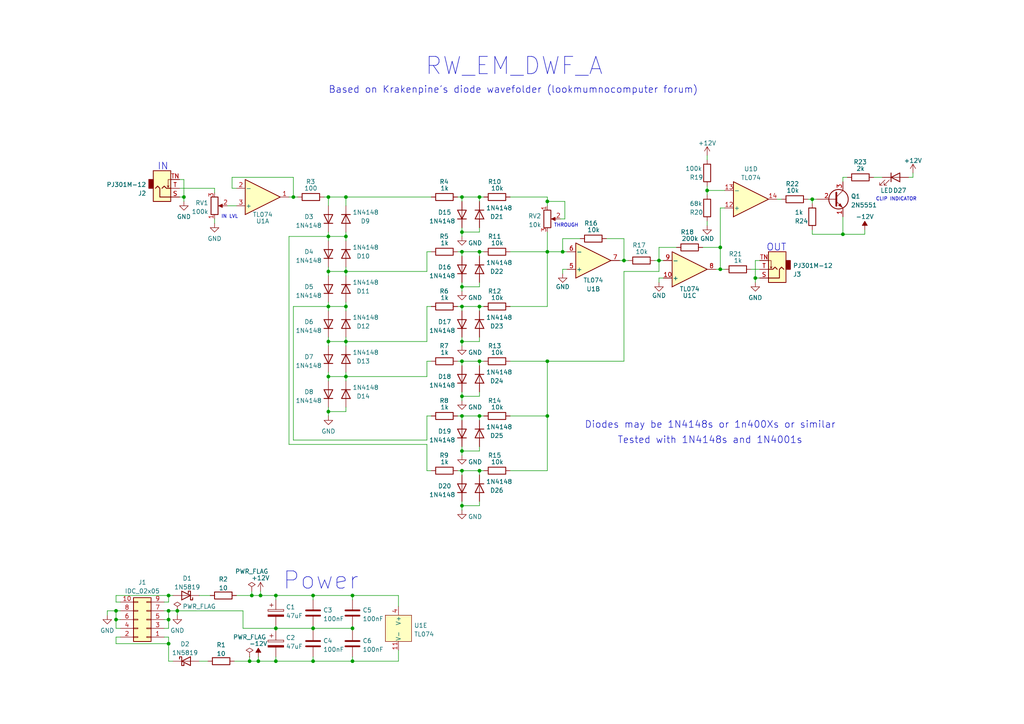
<source format=kicad_sch>
(kicad_sch (version 20211123) (generator eeschema)
  (paper "A4")
  (title_block (title "RW_EM_DWF_A") (date "2022-10-26") (rev "2022-10-26") (comment 1 "Licensed under CERN-OHL-S v2+") (comment 2 "https://github.com/sunfl0w/RW_EM"))
  (junction (at 100.33 109.22))
  (junction (at 158.75 120.65))
  (junction (at 133.985 120.65))
  (junction (at 48.895 179.705))
  (junction (at 139.065 104.775))
  (junction (at 235.585 57.785))
  (junction (at 100.33 88.9))
  (junction (at 102.235 172.72))
  (junction (at 133.985 73.025))
  (junction (at 133.985 146.685))
  (junction (at 102.235 182.245))
  (junction (at 133.985 88.9))
  (junction (at 100.33 78.74))
  (junction (at 95.25 57.15))
  (junction (at 158.75 58.42))
  (junction (at 163.195 73.025))
  (junction (at 80.01 172.72))
  (junction (at 48.895 186.69))
  (junction (at 90.805 191.77))
  (junction (at 133.985 57.15))
  (junction (at 73.025 172.72))
  (junction (at 90.805 172.72))
  (junction (at 139.065 88.9))
  (junction (at 95.25 99.06))
  (junction (at 74.93 191.77))
  (junction (at 133.985 83.185))
  (junction (at 139.065 57.15))
  (junction (at 100.33 57.15))
  (junction (at 133.985 67.31))
  (junction (at 100.33 68.58))
  (junction (at 33.655 179.705))
  (junction (at 219.075 80.645))
  (junction (at 80.01 191.77))
  (junction (at 53.34 57.15))
  (junction (at 139.065 136.525))
  (junction (at 133.985 130.81))
  (junction (at 180.975 75.565))
  (junction (at 158.75 104.775))
  (junction (at 102.235 191.77))
  (junction (at 100.33 99.06))
  (junction (at 95.25 119.38))
  (junction (at 33.655 177.165))
  (junction (at 95.25 68.58))
  (junction (at 205.105 55.245))
  (junction (at 133.985 104.775))
  (junction (at 158.75 73.025))
  (junction (at 208.915 71.755))
  (junction (at 48.895 172.72))
  (junction (at 75.565 172.72))
  (junction (at 51.435 177.165))
  (junction (at 208.915 78.105))
  (junction (at 244.475 67.945))
  (junction (at 133.985 99.06))
  (junction (at 85.09 57.15))
  (junction (at 95.25 78.74))
  (junction (at 139.065 120.65))
  (junction (at 95.25 88.9))
  (junction (at 80.01 182.245))
  (junction (at 95.25 109.22))
  (junction (at 133.985 114.935))
  (junction (at 191.135 75.565))
  (junction (at 139.065 73.025))
  (junction (at 48.895 177.165))
  (junction (at 72.39 191.77))
  (junction (at 90.805 182.245))
  (junction (at 133.985 136.525))
  (wire (pts (xy 90.805 191.77) (xy 90.805 190.5)))
  (wire (pts (xy 220.345 75.565) (xy 219.075 75.565)))
  (wire (pts (xy 95.25 67.31) (xy 95.25 68.58)))
  (wire (pts (xy 34.925 177.165) (xy 33.655 177.165)))
  (wire (pts (xy 139.065 120.65) (xy 140.335 120.65)))
  (wire (pts (xy 57.785 172.72) (xy 60.96 172.72)))
  (wire (pts (xy 100.33 109.22) (xy 123.825 109.22)))
  (wire (pts (xy 100.33 68.58) (xy 100.33 69.85)))
  (wire (pts (xy 180.975 104.775) (xy 158.75 104.775)))
  (wire (pts (xy 70.485 177.165) (xy 70.485 182.245)))
  (wire (pts (xy 48.895 186.69) (xy 48.895 184.785)))
  (wire (pts (xy 264.795 50.165) (xy 264.795 51.435)))
  (wire (pts (xy 95.25 87.63) (xy 95.25 88.9)))
  (wire (pts (xy 133.985 88.9) (xy 139.065 88.9)))
  (wire (pts (xy 80.01 182.245) (xy 80.01 182.88)))
  (wire (pts (xy 102.235 172.72) (xy 115.57 172.72)))
  (wire (pts (xy 48.895 174.625) (xy 47.625 174.625)))
  (wire (pts (xy 123.825 104.775) (xy 125.095 104.775)))
  (wire (pts (xy 85.09 127.635) (xy 123.825 127.635)))
  (wire (pts (xy 75.565 172.72) (xy 80.01 172.72)))
  (wire (pts (xy 133.985 136.525) (xy 139.065 136.525)))
  (wire (pts (xy 162.56 63.5) (xy 163.83 63.5)))
  (wire (pts (xy 48.895 177.165) (xy 51.435 177.165)))
  (wire (pts (xy 95.25 107.95) (xy 95.25 109.22)))
  (wire (pts (xy 100.33 87.63) (xy 100.33 88.9)))
  (wire (pts (xy 219.075 75.565) (xy 219.075 80.645)))
  (wire (pts (xy 191.135 80.645) (xy 192.405 80.645)))
  (wire (pts (xy 67.945 191.77) (xy 72.39 191.77)))
  (wire (pts (xy 33.655 184.785) (xy 33.655 186.69)))
  (wire (pts (xy 217.805 78.105) (xy 220.345 78.105)))
  (wire (pts (xy 95.25 77.47) (xy 95.25 78.74)))
  (wire (pts (xy 80.01 181.61) (xy 80.01 182.245)))
  (wire (pts (xy 53.34 57.15) (xy 52.07 57.15)))
  (wire (pts (xy 51.435 177.165) (xy 51.435 178.435)))
  (wire (pts (xy 133.985 83.185) (xy 133.985 84.455)))
  (wire (pts (xy 34.925 174.625) (xy 33.655 174.625)))
  (wire (pts (xy 235.585 66.675) (xy 235.585 67.945)))
  (wire (pts (xy 100.33 107.95) (xy 100.33 109.22)))
  (wire (pts (xy 100.33 78.74) (xy 123.825 78.74)))
  (wire (pts (xy 48.895 179.705) (xy 48.895 182.245)))
  (wire (pts (xy 75.565 172.72) (xy 75.565 171.45)))
  (wire (pts (xy 158.75 104.775) (xy 147.955 104.775)))
  (wire (pts (xy 163.83 58.42) (xy 158.75 58.42)))
  (wire (pts (xy 93.98 57.15) (xy 95.25 57.15)))
  (wire (pts (xy 132.715 73.025) (xy 133.985 73.025)))
  (wire (pts (xy 95.25 68.58) (xy 100.33 68.58)))
  (wire (pts (xy 123.825 88.9) (xy 125.095 88.9)))
  (wire (pts (xy 139.065 83.185) (xy 139.065 81.915)))
  (wire (pts (xy 133.985 97.79) (xy 133.985 99.06)))
  (wire (pts (xy 208.915 71.755) (xy 208.915 78.105)))
  (wire (pts (xy 208.915 71.755) (xy 208.915 60.325)))
  (wire (pts (xy 80.01 191.77) (xy 90.805 191.77)))
  (wire (pts (xy 95.25 109.22) (xy 100.33 109.22)))
  (wire (pts (xy 133.985 136.525) (xy 133.985 137.795)))
  (wire (pts (xy 67.31 54.61) (xy 67.31 51.435)))
  (wire (pts (xy 123.825 109.22) (xy 123.825 104.775)))
  (wire (pts (xy 219.075 80.645) (xy 220.345 80.645)))
  (wire (pts (xy 68.58 172.72) (xy 73.025 172.72)))
  (wire (pts (xy 163.195 78.105) (xy 164.465 78.105)))
  (wire (pts (xy 234.315 57.785) (xy 235.585 57.785)))
  (wire (pts (xy 66.04 59.69) (xy 68.58 59.69)))
  (wire (pts (xy 133.985 146.685) (xy 139.065 146.685)))
  (wire (pts (xy 147.955 88.9) (xy 158.75 88.9)))
  (wire (pts (xy 47.625 177.165) (xy 48.895 177.165)))
  (wire (pts (xy 179.705 75.565) (xy 180.975 75.565)))
  (wire (pts (xy 73.025 172.72) (xy 75.565 172.72)))
  (wire (pts (xy 67.31 51.435) (xy 85.09 51.435)))
  (wire (pts (xy 147.955 57.15) (xy 158.75 57.15)))
  (wire (pts (xy 139.065 67.31) (xy 139.065 66.04)))
  (wire (pts (xy 133.985 57.15) (xy 133.985 58.42)))
  (wire (pts (xy 51.435 177.165) (xy 70.485 177.165)))
  (wire (pts (xy 100.33 77.47) (xy 100.33 78.74)))
  (wire (pts (xy 100.33 67.31) (xy 100.33 68.58)))
  (wire (pts (xy 245.745 51.435) (xy 244.475 51.435)))
  (wire (pts (xy 132.715 88.9) (xy 133.985 88.9)))
  (wire (pts (xy 100.33 109.22) (xy 100.33 110.49)))
  (wire (pts (xy 33.655 172.72) (xy 48.895 172.72)))
  (wire (pts (xy 33.655 184.785) (xy 34.925 184.785)))
  (wire (pts (xy 100.33 78.74) (xy 100.33 80.01)))
  (wire (pts (xy 33.655 186.69) (xy 48.895 186.69)))
  (wire (pts (xy 191.135 75.565) (xy 192.405 75.565)))
  (wire (pts (xy 264.795 51.435) (xy 263.525 51.435)))
  (wire (pts (xy 133.985 146.685) (xy 133.985 147.955)))
  (wire (pts (xy 133.985 114.935) (xy 133.985 116.205)))
  (wire (pts (xy 100.33 119.38) (xy 100.33 118.11)))
  (wire (pts (xy 102.235 182.245) (xy 102.235 181.61)))
  (wire (pts (xy 250.825 66.675) (xy 250.825 67.945)))
  (wire (pts (xy 33.655 177.165) (xy 33.655 179.705)))
  (wire (pts (xy 205.105 55.245) (xy 205.105 56.515)))
  (wire (pts (xy 147.955 120.65) (xy 158.75 120.65)))
  (wire (pts (xy 139.065 114.935) (xy 139.065 113.665)))
  (wire (pts (xy 244.475 62.865) (xy 244.475 67.945)))
  (wire (pts (xy 100.33 88.9) (xy 100.33 90.17)))
  (wire (pts (xy 235.585 57.785) (xy 236.855 57.785)))
  (wire (pts (xy 139.065 73.025) (xy 140.335 73.025)))
  (wire (pts (xy 133.985 129.54) (xy 133.985 130.81)))
  (wire (pts (xy 100.33 97.79) (xy 100.33 99.06)))
  (wire (pts (xy 100.33 57.15) (xy 100.33 59.69)))
  (wire (pts (xy 85.09 51.435) (xy 85.09 57.15)))
  (wire (pts (xy 158.75 58.42) (xy 158.75 59.69)))
  (wire (pts (xy 33.655 177.165) (xy 31.115 177.165)))
  (wire (pts (xy 68.58 54.61) (xy 67.31 54.61)))
  (wire (pts (xy 95.25 88.9) (xy 95.25 90.17)))
  (wire (pts (xy 85.09 57.15) (xy 86.36 57.15)))
  (wire (pts (xy 132.715 120.65) (xy 133.985 120.65)))
  (wire (pts (xy 102.235 182.245) (xy 102.235 182.88)))
  (wire (pts (xy 95.25 68.58) (xy 95.25 69.85)))
  (wire (pts (xy 180.975 69.215) (xy 175.895 69.215)))
  (wire (pts (xy 133.985 130.81) (xy 139.065 130.81)))
  (wire (pts (xy 244.475 51.435) (xy 244.475 52.705)))
  (wire (pts (xy 95.25 109.22) (xy 95.25 110.49)))
  (wire (pts (xy 139.065 136.525) (xy 140.335 136.525)))
  (wire (pts (xy 95.25 97.79) (xy 95.25 99.06)))
  (wire (pts (xy 90.805 181.61) (xy 90.805 182.245)))
  (wire (pts (xy 139.065 88.9) (xy 139.065 90.17)))
  (wire (pts (xy 102.235 172.72) (xy 102.235 173.99)))
  (wire (pts (xy 191.135 75.565) (xy 191.135 78.74)))
  (wire (pts (xy 147.955 136.525) (xy 158.75 136.525)))
  (wire (pts (xy 133.985 99.06) (xy 133.985 100.33)))
  (wire (pts (xy 80.01 190.5) (xy 80.01 191.77)))
  (wire (pts (xy 85.09 88.9) (xy 85.09 127.635)))
  (wire (pts (xy 133.985 113.665) (xy 133.985 114.935)))
  (wire (pts (xy 95.25 99.06) (xy 100.33 99.06)))
  (wire (pts (xy 253.365 51.435) (xy 255.905 51.435)))
  (wire (pts (xy 48.895 191.77) (xy 50.165 191.77)))
  (wire (pts (xy 191.135 75.565) (xy 191.135 71.755)))
  (wire (pts (xy 123.825 78.74) (xy 123.825 73.025)))
  (wire (pts (xy 90.805 191.77) (xy 102.235 191.77)))
  (wire (pts (xy 133.985 73.025) (xy 139.065 73.025)))
  (wire (pts (xy 191.135 80.645) (xy 191.135 81.915)))
  (wire (pts (xy 95.25 78.74) (xy 95.25 80.01)))
  (wire (pts (xy 139.065 136.525) (xy 139.065 137.795)))
  (wire (pts (xy 139.065 130.81) (xy 139.065 129.54)))
  (wire (pts (xy 133.985 67.31) (xy 133.985 68.58)))
  (wire (pts (xy 85.09 88.9) (xy 95.25 88.9)))
  (wire (pts (xy 158.75 120.65) (xy 158.75 104.775)))
  (wire (pts (xy 74.93 191.77) (xy 80.01 191.77)))
  (wire (pts (xy 139.065 120.65) (xy 139.065 121.92)))
  (wire (pts (xy 80.01 182.245) (xy 90.805 182.245)))
  (wire (pts (xy 180.975 78.74) (xy 180.975 104.775)))
  (wire (pts (xy 95.25 57.15) (xy 100.33 57.15)))
  (wire (pts (xy 53.34 52.07) (xy 53.34 57.15)))
  (wire (pts (xy 163.83 63.5) (xy 163.83 58.42)))
  (wire (pts (xy 163.195 73.025) (xy 164.465 73.025)))
  (wire (pts (xy 123.825 120.65) (xy 125.095 120.65)))
  (wire (pts (xy 132.715 104.775) (xy 133.985 104.775)))
  (wire (pts (xy 158.75 73.025) (xy 163.195 73.025)))
  (wire (pts (xy 203.835 71.755) (xy 208.915 71.755)))
  (wire (pts (xy 115.57 175.895) (xy 115.57 172.72)))
  (wire (pts (xy 133.985 104.775) (xy 139.065 104.775)))
  (wire (pts (xy 133.985 114.935) (xy 139.065 114.935)))
  (wire (pts (xy 163.195 78.105) (xy 163.195 79.375)))
  (wire (pts (xy 133.985 88.9) (xy 133.985 90.17)))
  (wire (pts (xy 90.805 172.72) (xy 102.235 172.72)))
  (wire (pts (xy 133.985 130.81) (xy 133.985 132.08)))
  (wire (pts (xy 115.57 191.77) (xy 115.57 188.595)))
  (wire (pts (xy 133.985 73.025) (xy 133.985 74.295)))
  (wire (pts (xy 205.105 53.975) (xy 205.105 55.245)))
  (wire (pts (xy 95.25 119.38) (xy 95.25 120.65)))
  (wire (pts (xy 33.655 179.705) (xy 34.925 179.705)))
  (wire (pts (xy 80.01 172.72) (xy 90.805 172.72)))
  (wire (pts (xy 133.985 145.415) (xy 133.985 146.685)))
  (wire (pts (xy 235.585 57.785) (xy 235.585 59.055)))
  (wire (pts (xy 53.34 57.15) (xy 53.34 58.42)))
  (wire (pts (xy 139.065 73.025) (xy 139.065 74.295)))
  (wire (pts (xy 158.75 136.525) (xy 158.75 120.65)))
  (wire (pts (xy 47.625 179.705) (xy 48.895 179.705)))
  (wire (pts (xy 123.825 73.025) (xy 125.095 73.025)))
  (wire (pts (xy 95.25 119.38) (xy 100.33 119.38)))
  (wire (pts (xy 244.475 67.945) (xy 250.825 67.945)))
  (wire (pts (xy 208.915 78.105) (xy 210.185 78.105)))
  (wire (pts (xy 31.115 177.165) (xy 31.115 178.435)))
  (wire (pts (xy 48.895 184.785) (xy 47.625 184.785)))
  (wire (pts (xy 163.195 69.215) (xy 163.195 73.025)))
  (wire (pts (xy 62.23 63.5) (xy 62.23 64.77)))
  (wire (pts (xy 85.09 57.15) (xy 83.82 57.15)))
  (wire (pts (xy 123.825 99.06) (xy 123.825 88.9)))
  (wire (pts (xy 102.235 190.5) (xy 102.235 191.77)))
  (wire (pts (xy 132.715 136.525) (xy 133.985 136.525)))
  (wire (pts (xy 139.065 104.775) (xy 140.335 104.775)))
  (wire (pts (xy 72.39 191.77) (xy 72.39 190.5)))
  (wire (pts (xy 139.065 57.15) (xy 139.065 58.42)))
  (wire (pts (xy 48.895 172.72) (xy 50.165 172.72)))
  (wire (pts (xy 147.955 73.025) (xy 158.75 73.025)))
  (wire (pts (xy 72.39 191.77) (xy 74.93 191.77)))
  (wire (pts (xy 90.805 173.99) (xy 90.805 172.72)))
  (wire (pts (xy 48.895 186.69) (xy 48.895 191.77)))
  (wire (pts (xy 100.33 99.06) (xy 100.33 100.33)))
  (wire (pts (xy 133.985 83.185) (xy 139.065 83.185)))
  (wire (pts (xy 139.065 99.06) (xy 139.065 97.79)))
  (wire (pts (xy 95.25 78.74) (xy 100.33 78.74)))
  (wire (pts (xy 133.985 66.04) (xy 133.985 67.31)))
  (wire (pts (xy 125.095 136.525) (xy 123.825 136.525)))
  (wire (pts (xy 33.655 182.245) (xy 34.925 182.245)))
  (wire (pts (xy 62.23 55.88) (xy 62.23 54.61)))
  (wire (pts (xy 133.985 120.65) (xy 139.065 120.65)))
  (wire (pts (xy 132.715 57.15) (xy 133.985 57.15)))
  (wire (pts (xy 48.895 172.72) (xy 48.895 174.625)))
  (wire (pts (xy 123.825 136.525) (xy 123.825 128.905)))
  (wire (pts (xy 158.75 57.15) (xy 158.75 58.42)))
  (wire (pts (xy 235.585 67.945) (xy 244.475 67.945)))
  (wire (pts (xy 133.985 104.775) (xy 133.985 106.045)))
  (wire (pts (xy 80.01 173.99) (xy 80.01 172.72)))
  (wire (pts (xy 139.065 88.9) (xy 140.335 88.9)))
  (wire (pts (xy 90.805 182.245) (xy 102.235 182.245)))
  (wire (pts (xy 133.985 67.31) (xy 139.065 67.31)))
  (wire (pts (xy 33.655 174.625) (xy 33.655 172.72)))
  (wire (pts (xy 205.105 45.085) (xy 205.105 46.355)))
  (wire (pts (xy 208.915 78.105) (xy 207.645 78.105)))
  (wire (pts (xy 180.975 75.565) (xy 182.245 75.565)))
  (wire (pts (xy 57.785 191.77) (xy 60.325 191.77)))
  (wire (pts (xy 95.25 88.9) (xy 100.33 88.9)))
  (wire (pts (xy 74.93 191.77) (xy 74.93 190.5)))
  (wire (pts (xy 95.25 118.11) (xy 95.25 119.38)))
  (wire (pts (xy 139.065 104.775) (xy 139.065 106.045)))
  (wire (pts (xy 83.82 128.905) (xy 83.82 68.58)))
  (wire (pts (xy 52.07 54.61) (xy 62.23 54.61)))
  (wire (pts (xy 139.065 57.15) (xy 140.335 57.15)))
  (wire (pts (xy 133.985 120.65) (xy 133.985 121.92)))
  (wire (pts (xy 100.33 99.06) (xy 123.825 99.06)))
  (wire (pts (xy 180.975 75.565) (xy 180.975 69.215)))
  (wire (pts (xy 48.895 182.245) (xy 47.625 182.245)))
  (wire (pts (xy 205.105 64.135) (xy 205.105 65.405)))
  (wire (pts (xy 133.985 99.06) (xy 139.065 99.06)))
  (wire (pts (xy 70.485 182.245) (xy 80.01 182.245)))
  (wire (pts (xy 191.135 71.755) (xy 196.215 71.755)))
  (wire (pts (xy 158.75 88.9) (xy 158.75 73.025)))
  (wire (pts (xy 219.075 80.645) (xy 219.075 81.915)))
  (wire (pts (xy 133.985 57.15) (xy 139.065 57.15)))
  (wire (pts (xy 48.895 177.165) (xy 48.895 179.705)))
  (wire (pts (xy 225.425 57.785) (xy 226.695 57.785)))
  (wire (pts (xy 100.33 57.15) (xy 125.095 57.15)))
  (wire (pts (xy 83.82 68.58) (xy 95.25 68.58)))
  (wire (pts (xy 123.825 127.635) (xy 123.825 120.65)))
  (wire (pts (xy 208.915 60.325) (xy 210.185 60.325)))
  (wire (pts (xy 205.105 55.245) (xy 210.185 55.245)))
  (wire (pts (xy 133.985 81.915) (xy 133.985 83.185)))
  (wire (pts (xy 189.865 75.565) (xy 191.135 75.565)))
  (wire (pts (xy 158.75 73.025) (xy 158.75 67.31)))
  (wire (pts (xy 95.25 57.15) (xy 95.25 59.69)))
  (wire (pts (xy 95.25 99.06) (xy 95.25 100.33)))
  (wire (pts (xy 102.235 191.77) (xy 115.57 191.77)))
  (wire (pts (xy 168.275 69.215) (xy 163.195 69.215)))
  (wire (pts (xy 191.135 78.74) (xy 180.975 78.74)))
  (wire (pts (xy 90.805 182.245) (xy 90.805 182.88)))
  (wire (pts (xy 52.07 52.07) (xy 53.34 52.07)))
  (wire (pts (xy 123.825 128.905) (xy 83.82 128.905)))
  (wire (pts (xy 33.655 179.705) (xy 33.655 182.245)))
  (wire (pts (xy 73.025 172.72) (xy 73.025 171.45)))
  (wire (pts (xy 139.065 146.685) (xy 139.065 145.415)))
  (text "IN" (at 48.895 49.53 180) (effects (font (size 2 2)) (justify right bottom)))
  (text "IN LVL" (at 64.135 63.5 0) (effects (font (size 1 1)) (justify left bottom)))
  (text "OUT" (at 222.25 73.025 0) (effects (font (size 2 2)) (justify left bottom)))
  (text "RW_EM_DWF_A" (at 123.19 22.225 0) (effects (font (size 5 5)) (justify left bottom)))
  (text "CLIP INDICATOR" (at 254 58.42 0) (effects (font (size 1 1)) (justify left bottom)))
  (text "Based on Krakenpine's diode wavefolder (lookmumnocomputer forum)" (at 95.25 27.305 0) (effects (font (size 2 2)) (justify left bottom)))
  (text "Power" (at 81.915 171.45 0) (effects (font (size 5 5)) (justify left bottom)))
  (text "THROUGH" (at 160.655 66.04 0) (effects (font (size 1 1)) (justify left bottom)))
  (text "Tested with 1N4148s and 1N4001s" (at 179.07 128.905 0) (effects (font (size 2 2)) (justify left bottom)))
  (text "Diodes may be 1N4148s or 1n400Xs or similar" (at 169.545 124.46 0) (effects (font (size 2 2)) (justify left bottom)))
  (symbol (lib_name "1N4148_11") (lib_id "Diode:1N4148") (at 100.33 93.98 270) (unit 1)
    (property "Reference" "D12" (at 107.315 94.615 90) (effects (justify right)))
    (property "Value" "1N4148" (at 109.855 92.075 90) (effects (justify right)))
    (property "Footprint" "Diode_THT:D_DO-35_SOD27_P7.62mm_Horizontal" (effects hide))
    (property "Datasheet" "https://assets.nexperia.com/documents/data-sheet/1N4148_1N4448.pdf" (effects hide))
  )
  (symbol (lib_id "power:+12V") (at 75.565 171.45 0) (unit 1)
    (property "Reference" "#PWR06" (effects hide))
    (property "Value" "+12V" (at 75.565 167.64 0))
  )
  (symbol (lib_name "1N4148_13") (lib_id "Diode:1N4148") (at 139.065 78.105 270) (unit 1)
    (property "Reference" "D22" (at 146.05 78.74 90) (effects (justify right)))
    (property "Value" "1N4148" (at 148.59 76.2 90) (effects (justify right)))
    (property "Footprint" "Diode_THT:D_DO-35_SOD27_P7.62mm_Horizontal" (effects hide))
    (property "Datasheet" "https://assets.nexperia.com/documents/data-sheet/1N4148_1N4448.pdf" (effects hide))
  )
  (symbol (lib_id "power:+12V") (at 205.105 45.085 0) (unit 1)
    (property "Reference" "#PWR016" (effects hide))
    (property "Value" "+12V" (at 205.105 41.5092 0))
  )
  (symbol (lib_name "PJ301M-12_1") (lib_id "RW_EurorackModular:PJ301M-12") (at 46.99 54.61 0) (mirror x) (unit 1)
    (property "Reference" "J2" (at 42.418 56.0797 0) (effects (justify right)))
    (property "Value" "PJ301M-12" (at 42.418 53.5428 0) (effects (justify right)))
    (property "Footprint" "RW_EurorackModular:PJ301M-12" (effects hide))
  )
  (symbol (lib_id "power:PWR_FLAG") (at 51.435 177.165 0) (unit 1)
    (property "Reference" "#FLG01" (effects hide))
    (property "Value" "PWR_FLAG" (at 57.785 175.895 0))
  )
  (symbol (lib_id "Device:R") (at 213.995 78.105 90) (unit 1)
    (property "Reference" "R21" (at 215.265 73.66 90) (effects (justify left)))
    (property "Value" "1k" (at 215.265 75.565 90) (effects (justify left)))
    (property "Footprint" "Resistor_THT:R_Axial_DIN0207_L6.3mm_D2.5mm_P10.16mm_Horizontal" (effects hide))
  )
  (symbol (lib_id "power:GND") (at 133.985 84.455 0) (unit 1)
    (property "Reference" "#PWR09" (effects hide))
    (property "Value" "GND" (at 137.795 86.36 0))
  )
  (symbol (lib_name "1N4148_6") (lib_id "Diode:1N4148") (at 95.25 114.3 90) (unit 1)
    (property "Reference" "D8" (at 88.265 113.665 90) (effects (justify right)))
    (property "Value" "1N4148" (at 85.725 116.205 90) (effects (justify right)))
    (property "Footprint" "Diode_THT:D_DO-35_SOD27_P7.62mm_Horizontal" (effects hide))
    (property "Datasheet" "https://assets.nexperia.com/documents/data-sheet/1N4148_1N4448.pdf" (effects hide))
  )
  (symbol (lib_id "power:-12V") (at 250.825 66.675 0) (unit 1)
    (property "Reference" "#PWR019" (effects hide))
    (property "Value" "-12V" (at 250.825 62.865 0))
  )
  (symbol (lib_id "power:GND") (at 133.985 147.955 0) (unit 1)
    (property "Reference" "#PWR013" (effects hide))
    (property "Value" "GND" (at 137.795 149.86 0))
  )
  (symbol (lib_id "Diode:1N5819") (at 53.975 172.72 180) (unit 1)
    (property "Reference" "D1" (at 54.2925 167.7502 0))
    (property "Value" "1N5819" (at 54.2925 170.2871 0))
    (property "Footprint" "Diode_THT:D_DO-41_SOD81_P10.16mm_Horizontal" (effects hide))
    (property "Datasheet" "http://www.vishay.com/docs/88525/1n5817.pdf" (effects hide))
  )
  (symbol (lib_id "Device:R") (at 144.145 120.65 90) (unit 1)
    (property "Reference" "R14" (at 145.415 116.205 90) (effects (justify left)))
    (property "Value" "10k" (at 146.05 118.11 90) (effects (justify left)))
    (property "Footprint" "Resistor_THT:R_Axial_DIN0207_L6.3mm_D2.5mm_P2.54mm_Vertical" (effects hide))
  )
  (symbol (lib_id "power:GND") (at 62.23 64.77 0) (unit 1)
    (property "Reference" "#PWR04" (effects hide))
    (property "Value" "GND" (at 62.23 69.2134 0))
  )
  (symbol (lib_id "Device:R") (at 64.77 172.72 90) (unit 1)
    (property "Reference" "R2" (at 64.77 168.0042 90))
    (property "Value" "10" (at 64.77 170.5411 90))
    (property "Footprint" "Resistor_THT:R_Axial_DIN0207_L6.3mm_D2.5mm_P10.16mm_Horizontal" (effects hide))
  )
  (symbol (lib_id "power:GND") (at 95.25 120.65 0) (unit 1)
    (property "Reference" "#PWR07" (effects hide))
    (property "Value" "GND" (at 95.25 125.0934 0))
  )
  (symbol (lib_id "Connector_Generic:Conn_02x05_Odd_Even") (at 42.545 179.705 180) (unit 1)
    (property "Reference" "J1" (at 41.275 168.91 0))
    (property "Value" "IDC_02x05" (at 41.275 171.45 0))
    (property "Footprint" "Connector_IDC:IDC-Header_2x05_P2.54mm_Vertical" (effects hide))
  )
  (symbol (lib_id "Device:R") (at 144.145 88.9 90) (unit 1)
    (property "Reference" "R12" (at 145.415 84.455 90) (effects (justify left)))
    (property "Value" "10k" (at 146.05 86.36 90) (effects (justify left)))
    (property "Footprint" "Resistor_THT:R_Axial_DIN0207_L6.3mm_D2.5mm_P2.54mm_Vertical" (effects hide))
  )
  (symbol (lib_id "Diode:1N4148") (at 133.985 141.605 90) (unit 1)
    (property "Reference" "D20" (at 127 140.97 90) (effects (justify right)))
    (property "Value" "1N4148" (at 124.46 143.51 90) (effects (justify right)))
    (property "Footprint" "Diode_THT:D_DO-35_SOD27_P7.62mm_Horizontal" (effects hide))
    (property "Datasheet" "https://assets.nexperia.com/documents/data-sheet/1N4148_1N4448.pdf" (effects hide))
  )
  (symbol (lib_id "power:GND") (at 51.435 178.435 0) (unit 1)
    (property "Reference" "#PWR02" (effects hide))
    (property "Value" "GND" (at 51.435 182.8784 0))
  )
  (symbol (lib_id "power:PWR_FLAG") (at 72.39 190.5 0) (unit 1)
    (property "Reference" "#FLG02" (effects hide))
    (property "Value" "PWR_FLAG" (at 72.39 184.785 0))
  )
  (symbol (lib_id "Device:R") (at 235.585 62.865 0) (unit 1)
    (property "Reference" "R24" (at 230.505 64.135 0) (effects (justify left)))
    (property "Value" "1k" (at 230.505 61.595 0) (effects (justify left)))
    (property "Footprint" "Resistor_THT:R_Axial_DIN0207_L6.3mm_D2.5mm_P2.54mm_Vertical" (effects hide))
  )
  (symbol (lib_id "Device:R") (at 128.905 57.15 90) (unit 1)
    (property "Reference" "R4" (at 130.175 52.705 90) (effects (justify left)))
    (property "Value" "1k" (at 130.175 54.61 90) (effects (justify left)))
    (property "Footprint" "Resistor_THT:R_Axial_DIN0207_L6.3mm_D2.5mm_P2.54mm_Vertical" (effects hide))
  )
  (symbol (lib_id "Device:R") (at 205.105 60.325 0) (unit 1)
    (property "Reference" "R20" (at 200.025 61.595 0) (effects (justify left)))
    (property "Value" "68k" (at 200.025 59.055 0) (effects (justify left)))
    (property "Footprint" "Resistor_THT:R_Axial_DIN0207_L6.3mm_D2.5mm_P2.54mm_Vertical" (effects hide))
  )
  (symbol (lib_id "Device:R") (at 144.145 73.025 90) (unit 1)
    (property "Reference" "R11" (at 145.415 68.58 90) (effects (justify left)))
    (property "Value" "10k" (at 146.05 70.485 90) (effects (justify left)))
    (property "Footprint" "Resistor_THT:R_Axial_DIN0207_L6.3mm_D2.5mm_P2.54mm_Vertical" (effects hide))
  )
  (symbol (lib_id "RW_EurorackModular:PJ301M-12") (at 225.425 78.105 180) (unit 1)
    (property "Reference" "J3" (at 229.997 79.5747 0) (effects (justify right)))
    (property "Value" "PJ301M-12" (at 229.997 77.0378 0) (effects (justify right)))
    (property "Footprint" "RW_EurorackModular:PJ301M-12" (effects hide))
  )
  (symbol (lib_id "power:+12V") (at 264.795 50.165 0) (unit 1)
    (property "Reference" "#PWR020" (effects hide))
    (property "Value" "+12V" (at 264.795 46.5892 0))
  )
  (symbol (lib_name "1N4148_8") (lib_id "Diode:1N4148") (at 100.33 114.3 270) (unit 1)
    (property "Reference" "D14" (at 107.315 114.935 90) (effects (justify right)))
    (property "Value" "1N4148" (at 109.855 112.395 90) (effects (justify right)))
    (property "Footprint" "Diode_THT:D_DO-35_SOD27_P7.62mm_Horizontal" (effects hide))
    (property "Datasheet" "https://assets.nexperia.com/documents/data-sheet/1N4148_1N4448.pdf" (effects hide))
  )
  (symbol (lib_name "1N4148_14") (lib_id "Diode:1N4148") (at 133.985 62.23 90) (unit 1)
    (property "Reference" "D15" (at 127 61.595 90) (effects (justify right)))
    (property "Value" "1N4148" (at 124.46 64.135 90) (effects (justify right)))
    (property "Footprint" "Diode_THT:D_DO-35_SOD27_P7.62mm_Horizontal" (effects hide))
    (property "Datasheet" "https://assets.nexperia.com/documents/data-sheet/1N4148_1N4448.pdf" (effects hide))
  )
  (symbol (lib_name "1N4148_3") (lib_id "Diode:1N4148") (at 95.25 63.5 90) (unit 1)
    (property "Reference" "D3" (at 88.265 62.865 90) (effects (justify right)))
    (property "Value" "1N4148" (at 85.725 65.405 90) (effects (justify right)))
    (property "Footprint" "Diode_THT:D_DO-35_SOD27_P7.62mm_Horizontal" (effects hide))
    (property "Datasheet" "https://assets.nexperia.com/documents/data-sheet/1N4148_1N4448.pdf" (effects hide))
  )
  (symbol (lib_name "1N4148_4") (lib_id "Diode:1N4148") (at 100.33 104.14 270) (unit 1)
    (property "Reference" "D13" (at 107.315 104.775 90) (effects (justify right)))
    (property "Value" "1N4148" (at 109.855 102.235 90) (effects (justify right)))
    (property "Footprint" "Diode_THT:D_DO-35_SOD27_P7.62mm_Horizontal" (effects hide))
    (property "Datasheet" "https://assets.nexperia.com/documents/data-sheet/1N4148_1N4448.pdf" (effects hide))
  )
  (symbol (lib_id "Device:R") (at 128.905 136.525 90) (unit 1)
    (property "Reference" "R9" (at 130.175 132.08 90) (effects (justify left)))
    (property "Value" "1k" (at 130.175 133.985 90) (effects (justify left)))
    (property "Footprint" "Resistor_THT:R_Axial_DIN0207_L6.3mm_D2.5mm_P2.54mm_Vertical" (effects hide))
  )
  (symbol (lib_id "power:GND") (at 163.195 79.375 0) (unit 1)
    (property "Reference" "#PWR014" (effects hide))
    (property "Value" "GND" (at 163.195 83.185 0))
  )
  (symbol (lib_id "Device:R") (at 200.025 71.755 90) (unit 1)
    (property "Reference" "R18" (at 201.295 67.31 90) (effects (justify left)))
    (property "Value" "200k" (at 202.565 69.215 90) (effects (justify left)))
    (property "Footprint" "Resistor_THT:R_Axial_DIN0207_L6.3mm_D2.5mm_P2.54mm_Vertical" (effects hide))
  )
  (symbol (lib_id "Device:C") (at 102.235 177.8 0) (unit 1)
    (property "Reference" "C5" (at 105.156 176.9653 0) (effects (justify left)))
    (property "Value" "100nF" (at 105.156 179.5022 0) (effects (justify left)))
    (property "Footprint" "Capacitor_THT:C_Disc_D5.0mm_W2.5mm_P5.00mm" (effects hide))
  )
  (symbol (lib_id "Device:C") (at 102.235 186.69 0) (unit 1)
    (property "Reference" "C6" (at 105.156 185.8553 0) (effects (justify left)))
    (property "Value" "100nF" (at 105.156 188.3922 0) (effects (justify left)))
    (property "Footprint" "Capacitor_THT:C_Disc_D5.0mm_W2.5mm_P5.00mm" (effects hide))
  )
  (symbol (lib_id "Device:R") (at 144.145 57.15 90) (unit 1)
    (property "Reference" "R10" (at 145.415 52.705 90) (effects (justify left)))
    (property "Value" "10k" (at 146.05 54.61 90) (effects (justify left)))
    (property "Footprint" "Resistor_THT:R_Axial_DIN0207_L6.3mm_D2.5mm_P2.54mm_Vertical" (effects hide))
  )
  (symbol (lib_name "1N4148_12") (lib_id "Diode:1N4148") (at 133.985 78.105 90) (unit 1)
    (property "Reference" "D16" (at 127 77.47 90) (effects (justify right)))
    (property "Value" "1N4148" (at 124.46 80.01 90) (effects (justify right)))
    (property "Footprint" "Diode_THT:D_DO-35_SOD27_P7.62mm_Horizontal" (effects hide))
    (property "Datasheet" "https://assets.nexperia.com/documents/data-sheet/1N4148_1N4448.pdf" (effects hide))
  )
  (symbol (lib_name "1N4148_7") (lib_id "Diode:1N4148") (at 95.25 73.66 90) (unit 1)
    (property "Reference" "D4" (at 88.265 73.025 90) (effects (justify right)))
    (property "Value" "1N4148" (at 85.725 75.565 90) (effects (justify right)))
    (property "Footprint" "Diode_THT:D_DO-35_SOD27_P7.62mm_Horizontal" (effects hide))
    (property "Datasheet" "https://assets.nexperia.com/documents/data-sheet/1N4148_1N4448.pdf" (effects hide))
  )
  (symbol (lib_id "power:GND") (at 133.985 68.58 0) (unit 1)
    (property "Reference" "#PWR08" (effects hide))
    (property "Value" "GND" (at 137.795 70.485 0))
  )
  (symbol (lib_name "1N4148_15") (lib_id "Diode:1N4148") (at 100.33 63.5 270) (unit 1)
    (property "Reference" "D9" (at 107.315 64.135 90) (effects (justify right)))
    (property "Value" "1N4148" (at 109.855 61.595 90) (effects (justify right)))
    (property "Footprint" "Diode_THT:D_DO-35_SOD27_P7.62mm_Horizontal" (effects hide))
    (property "Datasheet" "https://assets.nexperia.com/documents/data-sheet/1N4148_1N4448.pdf" (effects hide))
  )
  (symbol (lib_id "RW_EurorackModular:TL074") (at 115.57 182.245 0) (unit 5)
    (property "Reference" "U1" (at 120.0912 181.4103 0) (effects (justify left)))
    (property "Value" "TL074" (at 120.0912 183.9472 0) (effects (justify left)))
    (property "Footprint" "Package_DIP:DIP-14_W7.62mm" (effects hide))
  )
  (symbol (lib_name "1N4148_19") (lib_id "Diode:1N4148") (at 133.985 109.855 90) (unit 1)
    (property "Reference" "D18" (at 127 109.22 90) (effects (justify right)))
    (property "Value" "1N4148" (at 124.46 111.76 90) (effects (justify right)))
    (property "Footprint" "Diode_THT:D_DO-35_SOD27_P7.62mm_Horizontal" (effects hide))
    (property "Datasheet" "https://assets.nexperia.com/documents/data-sheet/1N4148_1N4448.pdf" (effects hide))
  )
  (symbol (lib_id "RW_BJT:2N5551") (at 243.205 57.785 0) (unit 1)
    (property "Reference" "Q1" (at 246.7864 56.9503 0) (effects (justify left)))
    (property "Value" "2N5551" (at 246.7864 59.4872 0) (effects (justify left)))
    (property "Footprint" "Package_TO_SOT_THT:TO-92" (effects hide))
  )
  (symbol (lib_id "power:GND") (at 133.985 116.205 0) (unit 1)
    (property "Reference" "#PWR011" (effects hide))
    (property "Value" "GND" (at 137.795 118.11 0))
  )
  (symbol (lib_id "power:GND") (at 219.075 81.915 0) (mirror y) (unit 1)
    (property "Reference" "#PWR018" (effects hide))
    (property "Value" "GND" (at 219.075 86.3584 0))
  )
  (symbol (lib_id "power:GND") (at 133.985 100.33 0) (unit 1)
    (property "Reference" "#PWR010" (effects hide))
    (property "Value" "GND" (at 137.795 102.235 0))
  )
  (symbol (lib_id "power:GND") (at 205.105 65.405 0) (unit 1)
    (property "Reference" "#PWR017" (effects hide))
    (property "Value" "GND" (at 205.105 69.215 0))
  )
  (symbol (lib_name "1N4148_18") (lib_id "Diode:1N4148") (at 139.065 62.23 270) (unit 1)
    (property "Reference" "D21" (at 146.05 62.865 90) (effects (justify right)))
    (property "Value" "1N4148" (at 148.59 60.325 90) (effects (justify right)))
    (property "Footprint" "Diode_THT:D_DO-35_SOD27_P7.62mm_Horizontal" (effects hide))
    (property "Datasheet" "https://assets.nexperia.com/documents/data-sheet/1N4148_1N4448.pdf" (effects hide))
  )
  (symbol (lib_id "Device:C") (at 90.805 177.8 0) (unit 1)
    (property "Reference" "C3" (at 93.726 176.9653 0) (effects (justify left)))
    (property "Value" "100nF" (at 93.726 179.5022 0) (effects (justify left)))
    (property "Footprint" "Capacitor_THT:C_Disc_D5.0mm_W2.5mm_P5.00mm" (effects hide))
  )
  (symbol (lib_name "1N4148_9") (lib_id "Diode:1N4148") (at 95.25 93.98 90) (unit 1)
    (property "Reference" "D6" (at 88.265 93.345 90) (effects (justify right)))
    (property "Value" "1N4148" (at 85.725 95.885 90) (effects (justify right)))
    (property "Footprint" "Diode_THT:D_DO-35_SOD27_P7.62mm_Horizontal" (effects hide))
    (property "Datasheet" "https://assets.nexperia.com/documents/data-sheet/1N4148_1N4448.pdf" (effects hide))
  )
  (symbol (lib_id "Device:R") (at 128.905 73.025 90) (unit 1)
    (property "Reference" "R5" (at 130.175 68.58 90) (effects (justify left)))
    (property "Value" "1k" (at 130.175 70.485 90) (effects (justify left)))
    (property "Footprint" "Resistor_THT:R_Axial_DIN0207_L6.3mm_D2.5mm_P2.54mm_Vertical" (effects hide))
  )
  (symbol (lib_id "Device:C_Polarized") (at 80.01 177.8 0) (unit 1)
    (property "Reference" "C1" (at 82.931 176.0763 0) (effects (justify left)))
    (property "Value" "47uF" (at 82.931 178.6132 0) (effects (justify left)))
    (property "Footprint" "Capacitor_THT:CP_Radial_D5.0mm_P2.00mm" (effects hide))
  )
  (symbol (lib_id "Device:R") (at 64.135 191.77 90) (unit 1)
    (property "Reference" "R1" (at 64.135 187.0542 90))
    (property "Value" "10" (at 64.135 189.5911 90))
    (property "Footprint" "Resistor_THT:R_Axial_DIN0207_L6.3mm_D2.5mm_P10.16mm_Horizontal" (effects hide))
  )
  (symbol (lib_id "power:GND") (at 191.135 81.915 0) (unit 1)
    (property "Reference" "#PWR015" (effects hide))
    (property "Value" "GND" (at 191.135 85.725 0))
  )
  (symbol (lib_id "Device:R") (at 90.17 57.15 90) (unit 1)
    (property "Reference" "R3" (at 91.44 52.705 90) (effects (justify left)))
    (property "Value" "100" (at 92.075 54.61 90) (effects (justify left)))
    (property "Footprint" "Resistor_THT:R_Axial_DIN0207_L6.3mm_D2.5mm_P2.54mm_Vertical" (effects hide))
  )
  (symbol (lib_id "Device:R") (at 144.145 104.775 90) (unit 1)
    (property "Reference" "R13" (at 145.415 100.33 90) (effects (justify left)))
    (property "Value" "10k" (at 146.05 102.235 90) (effects (justify left)))
    (property "Footprint" "Resistor_THT:R_Axial_DIN0207_L6.3mm_D2.5mm_P2.54mm_Vertical" (effects hide))
  )
  (symbol (lib_id "Device:R") (at 249.555 51.435 90) (unit 1)
    (property "Reference" "R23" (at 251.46 46.99 90) (effects (justify left)))
    (property "Value" "2k" (at 250.825 48.895 90) (effects (justify left)))
    (property "Footprint" "Resistor_THT:R_Axial_DIN0207_L6.3mm_D2.5mm_P10.16mm_Horizontal" (effects hide))
  )
  (symbol (lib_name "1N4148_21") (lib_id "Diode:1N4148") (at 139.065 109.855 270) (unit 1)
    (property "Reference" "D24" (at 146.05 110.49 90) (effects (justify right)))
    (property "Value" "1N4148" (at 148.59 107.95 90) (effects (justify right)))
    (property "Footprint" "Diode_THT:D_DO-35_SOD27_P7.62mm_Horizontal" (effects hide))
    (property "Datasheet" "https://assets.nexperia.com/documents/data-sheet/1N4148_1N4448.pdf" (effects hide))
  )
  (symbol (lib_id "power:GND") (at 31.115 178.435 0) (unit 1)
    (property "Reference" "#PWR01" (effects hide))
    (property "Value" "GND" (at 31.115 182.8784 0))
  )
  (symbol (lib_id "RW_EurorackModular:TL074") (at 200.025 78.105 0) (mirror x) (unit 3)
    (property "Reference" "U1" (at 200.025 85.725 0))
    (property "Value" "TL074" (at 200.025 83.82 0))
    (property "Footprint" "Package_DIP:DIP-14_W7.62mm" (effects hide))
  )
  (symbol (lib_id "Device:R") (at 128.905 88.9 90) (unit 1)
    (property "Reference" "R6" (at 130.175 84.455 90) (effects (justify left)))
    (property "Value" "1k" (at 130.175 86.36 90) (effects (justify left)))
    (property "Footprint" "Resistor_THT:R_Axial_DIN0207_L6.3mm_D2.5mm_P2.54mm_Vertical" (effects hide))
  )
  (symbol (lib_id "Device:C") (at 90.805 186.69 0) (unit 1)
    (property "Reference" "C4" (at 93.726 185.8553 0) (effects (justify left)))
    (property "Value" "100nF" (at 93.726 188.3922 0) (effects (justify left)))
    (property "Footprint" "Capacitor_THT:C_Disc_D5.0mm_W2.5mm_P5.00mm" (effects hide))
  )
  (symbol (lib_id "Diode:1N5819") (at 53.975 191.77 0) (unit 1)
    (property "Reference" "D2" (at 53.6575 186.8002 0))
    (property "Value" "1N5819" (at 53.6575 189.3371 0))
    (property "Footprint" "Diode_THT:D_DO-41_SOD81_P10.16mm_Horizontal" (effects hide))
    (property "Datasheet" "http://www.vishay.com/docs/88525/1n5817.pdf" (effects hide))
  )
  (symbol (lib_id "power:GND") (at 53.34 58.42 0) (unit 1)
    (property "Reference" "#PWR03" (effects hide))
    (property "Value" "GND" (at 53.34 62.8634 0))
  )
  (symbol (lib_id "Device:C_Polarized") (at 80.01 186.69 0) (unit 1)
    (property "Reference" "C2" (at 82.931 184.9663 0) (effects (justify left)))
    (property "Value" "47uF" (at 82.931 187.5032 0) (effects (justify left)))
    (property "Footprint" "Capacitor_THT:CP_Radial_D5.0mm_P2.00mm" (effects hide))
  )
  (symbol (lib_id "Device:R") (at 144.145 136.525 90) (unit 1)
    (property "Reference" "R15" (at 145.415 132.08 90) (effects (justify left)))
    (property "Value" "10k" (at 146.05 133.985 90) (effects (justify left)))
    (property "Footprint" "Resistor_THT:R_Axial_DIN0207_L6.3mm_D2.5mm_P2.54mm_Vertical" (effects hide))
  )
  (symbol (lib_id "power:GND") (at 133.985 132.08 0) (unit 1)
    (property "Reference" "#PWR012" (effects hide))
    (property "Value" "GND" (at 137.795 133.985 0))
  )
  (symbol (lib_id "Device:R") (at 172.085 69.215 90) (unit 1)
    (property "Reference" "R16" (at 173.355 64.77 90) (effects (justify left)))
    (property "Value" "10k" (at 173.99 66.675 90) (effects (justify left)))
    (property "Footprint" "Resistor_THT:R_Axial_DIN0207_L6.3mm_D2.5mm_P2.54mm_Vertical" (effects hide))
  )
  (symbol (lib_id "Device:R") (at 128.905 120.65 90) (unit 1)
    (property "Reference" "R8" (at 130.175 116.205 90) (effects (justify left)))
    (property "Value" "1k" (at 130.175 118.11 90) (effects (justify left)))
    (property "Footprint" "Resistor_THT:R_Axial_DIN0207_L6.3mm_D2.5mm_P2.54mm_Vertical" (effects hide))
  )
  (symbol (lib_name "1N4148_20") (lib_id "Diode:1N4148") (at 133.985 125.73 90) (unit 1)
    (property "Reference" "D19" (at 127 125.095 90) (effects (justify right)))
    (property "Value" "1N4148" (at 124.46 127.635 90) (effects (justify right)))
    (property "Footprint" "Diode_THT:D_DO-35_SOD27_P7.62mm_Horizontal" (effects hide))
    (property "Datasheet" "https://assets.nexperia.com/documents/data-sheet/1N4148_1N4448.pdf" (effects hide))
  )
  (symbol (lib_name "1N4148_1") (lib_id "Diode:1N4148") (at 133.985 93.98 90) (unit 1)
    (property "Reference" "D17" (at 127 93.345 90) (effects (justify right)))
    (property "Value" "1N4148" (at 124.46 95.885 90) (effects (justify right)))
    (property "Footprint" "Diode_THT:D_DO-35_SOD27_P7.62mm_Horizontal" (effects hide))
    (property "Datasheet" "https://assets.nexperia.com/documents/data-sheet/1N4148_1N4448.pdf" (effects hide))
  )
  (symbol (lib_name "1N4148_17") (lib_id "Diode:1N4148") (at 100.33 73.66 270) (unit 1)
    (property "Reference" "D10" (at 107.315 74.295 90) (effects (justify right)))
    (property "Value" "1N4148" (at 109.855 71.755 90) (effects (justify right)))
    (property "Footprint" "Diode_THT:D_DO-35_SOD27_P7.62mm_Horizontal" (effects hide))
    (property "Datasheet" "https://assets.nexperia.com/documents/data-sheet/1N4148_1N4448.pdf" (effects hide))
  )
  (symbol (lib_id "power:PWR_FLAG") (at 73.025 171.45 0) (unit 1)
    (property "Reference" "#FLG03" (effects hide))
    (property "Value" "PWR_FLAG" (at 73.025 165.735 0))
  )
  (symbol (lib_id "Device:R") (at 128.905 104.775 90) (unit 1)
    (property "Reference" "R7" (at 130.175 100.33 90) (effects (justify left)))
    (property "Value" "1k" (at 130.175 102.235 90) (effects (justify left)))
    (property "Footprint" "Resistor_THT:R_Axial_DIN0207_L6.3mm_D2.5mm_P2.54mm_Vertical" (effects hide))
  )
  (symbol (lib_id "Device:R") (at 186.055 75.565 90) (unit 1)
    (property "Reference" "R17" (at 187.325 71.12 90) (effects (justify left)))
    (property "Value" "10k" (at 187.96 73.025 90) (effects (justify left)))
    (property "Footprint" "Resistor_THT:R_Axial_DIN0207_L6.3mm_D2.5mm_P2.54mm_Vertical" (effects hide))
  )
  (symbol (lib_id "Device:R_Potentiometer") (at 158.75 63.5 0) (unit 1)
    (property "Reference" "RV2" (at 156.9721 62.6653 0) (effects (justify right)))
    (property "Value" "10k" (at 156.9721 65.2022 0) (effects (justify right)))
    (property "Footprint" "RW_EurorackModular:Potentiometer_R0904N_SongHuei" (effects hide))
  )
  (symbol (lib_id "Device:LED") (at 259.715 51.435 0) (unit 1)
    (property "Reference" "D27" (at 260.985 55.245 0))
    (property "Value" "LED" (at 257.175 55.245 0))
    (property "Footprint" "LED_THT:LED_D5.0mm" (effects hide))
  )
  (symbol (lib_id "RW_EurorackModular:TL074") (at 172.085 75.565 0) (mirror x) (unit 2)
    (property "Reference" "U1" (at 172.085 83.82 0))
    (property "Value" "TL074" (at 172.085 81.28 0))
    (property "Footprint" "Package_DIP:DIP-14_W7.62mm" (effects hide))
  )
  (symbol (lib_name "1N4148_22") (lib_id "Diode:1N4148") (at 139.065 125.73 270) (unit 1)
    (property "Reference" "D25" (at 146.05 126.365 90) (effects (justify right)))
    (property "Value" "1N4148" (at 148.59 123.825 90) (effects (justify right)))
    (property "Footprint" "Diode_THT:D_DO-35_SOD27_P7.62mm_Horizontal" (effects hide))
    (property "Datasheet" "https://assets.nexperia.com/documents/data-sheet/1N4148_1N4448.pdf" (effects hide))
  )
  (symbol (lib_id "RW_EurorackModular:TL074") (at 76.2 57.15 0) (mirror x) (unit 1)
    (property "Reference" "U1" (at 76.2 64.135 0))
    (property "Value" "TL074" (at 76.2 62.23 0))
    (property "Footprint" "Package_DIP:DIP-14_W7.62mm" (effects hide))
  )
  (symbol (lib_id "power:-12V") (at 74.93 190.5 0) (unit 1)
    (property "Reference" "#PWR05" (effects hide))
    (property "Value" "-12V" (at 74.93 186.69 0))
  )
  (symbol (lib_name "1N4148_23") (lib_id "Diode:1N4148") (at 139.065 141.605 270) (unit 1)
    (property "Reference" "D26" (at 146.05 142.24 90) (effects (justify right)))
    (property "Value" "1N4148" (at 148.59 139.7 90) (effects (justify right)))
    (property "Footprint" "Diode_THT:D_DO-35_SOD27_P7.62mm_Horizontal" (effects hide))
    (property "Datasheet" "https://assets.nexperia.com/documents/data-sheet/1N4148_1N4448.pdf" (effects hide))
  )
  (symbol (lib_name "1N4148_5") (lib_id "Diode:1N4148") (at 95.25 104.14 90) (unit 1)
    (property "Reference" "D7" (at 88.265 103.505 90) (effects (justify right)))
    (property "Value" "1N4148" (at 85.725 106.045 90) (effects (justify right)))
    (property "Footprint" "Diode_THT:D_DO-35_SOD27_P7.62mm_Horizontal" (effects hide))
    (property "Datasheet" "https://assets.nexperia.com/documents/data-sheet/1N4148_1N4448.pdf" (effects hide))
  )
  (symbol (lib_id "RW_EurorackModular:TL074") (at 217.805 57.785 0) (mirror x) (unit 4)
    (property "Reference" "U1" (at 217.805 49.0052 0))
    (property "Value" "TL074" (at 217.805 51.5421 0))
    (property "Footprint" "Package_DIP:DIP-14_W7.62mm" (effects hide))
  )
  (symbol (lib_id "Device:R") (at 230.505 57.785 90) (unit 1)
    (property "Reference" "R22" (at 231.775 53.34 90) (effects (justify left)))
    (property "Value" "10k" (at 231.775 55.245 90) (effects (justify left)))
    (property "Footprint" "Resistor_THT:R_Axial_DIN0207_L6.3mm_D2.5mm_P2.54mm_Vertical" (effects hide))
  )
  (symbol (lib_id "Device:R") (at 205.105 50.165 0) (unit 1)
    (property "Reference" "R19" (at 200.025 51.435 0) (effects (justify left)))
    (property "Value" "100k" (at 198.755 48.895 0) (effects (justify left)))
    (property "Footprint" "Resistor_THT:R_Axial_DIN0207_L6.3mm_D2.5mm_P2.54mm_Vertical" (effects hide))
  )
  (symbol (lib_name "1N4148_16") (lib_id "Diode:1N4148") (at 100.33 83.82 270) (unit 1)
    (property "Reference" "D11" (at 107.315 84.455 90) (effects (justify right)))
    (property "Value" "1N4148" (at 109.855 81.915 90) (effects (justify right)))
    (property "Footprint" "Diode_THT:D_DO-35_SOD27_P7.62mm_Horizontal" (effects hide))
    (property "Datasheet" "https://assets.nexperia.com/documents/data-sheet/1N4148_1N4448.pdf" (effects hide))
  )
  (symbol (lib_name "1N4148_10") (lib_id "Diode:1N4148") (at 95.25 83.82 90) (unit 1)
    (property "Reference" "D5" (at 88.265 83.185 90) (effects (justify right)))
    (property "Value" "1N4148" (at 85.725 85.725 90) (effects (justify right)))
    (property "Footprint" "Diode_THT:D_DO-35_SOD27_P7.62mm_Horizontal" (effects hide))
    (property "Datasheet" "https://assets.nexperia.com/documents/data-sheet/1N4148_1N4448.pdf" (effects hide))
  )
  (symbol (lib_id "Device:R_Potentiometer") (at 62.23 59.69 0) (mirror x) (unit 1)
    (property "Reference" "RV1" (at 60.4521 58.8553 0) (effects (justify right)))
    (property "Value" "100k" (at 60.4521 61.3922 0) (effects (justify right)))
    (property "Footprint" "RW_EurorackModular:Potentiometer_R0904N_SongHuei" (effects hide))
  )
  (symbol (lib_name "1N4148_2") (lib_id "Diode:1N4148") (at 139.065 93.98 270) (unit 1)
    (property "Reference" "D23" (at 146.05 94.615 90) (effects (justify right)))
    (property "Value" "1N4148" (at 148.59 92.075 90) (effects (justify right)))
    (property "Footprint" "Diode_THT:D_DO-35_SOD27_P7.62mm_Horizontal" (effects hide))
    (property "Datasheet" "https://assets.nexperia.com/documents/data-sheet/1N4148_1N4448.pdf" (effects hide))
  )
)
</source>
